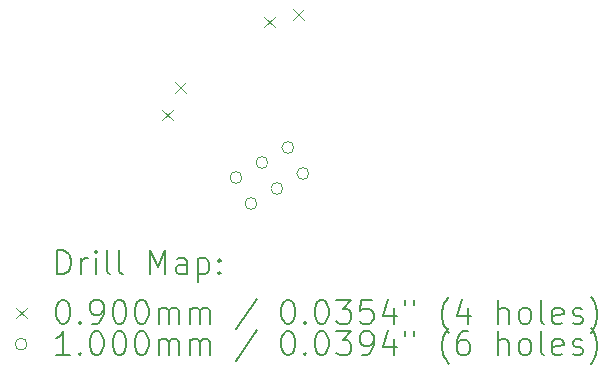
<source format=gbr>
%TF.GenerationSoftware,KiCad,Pcbnew,(6.0.9)*%
%TF.CreationDate,2025-01-09T11:17:14-08:00*%
%TF.ProjectId,CactusCon_2025_CNet_SAO,43616374-7573-4436-9f6e-5f323032355f,rev?*%
%TF.SameCoordinates,Original*%
%TF.FileFunction,Drillmap*%
%TF.FilePolarity,Positive*%
%FSLAX45Y45*%
G04 Gerber Fmt 4.5, Leading zero omitted, Abs format (unit mm)*
G04 Created by KiCad (PCBNEW (6.0.9)) date 2025-01-09 11:17:14*
%MOMM*%
%LPD*%
G01*
G04 APERTURE LIST*
%ADD10C,0.200000*%
%ADD11C,0.090000*%
%ADD12C,0.100000*%
G04 APERTURE END LIST*
D10*
D11*
X14681116Y-10410554D02*
X14771116Y-10500554D01*
X14771116Y-10410554D02*
X14681116Y-10500554D01*
X14788461Y-10180352D02*
X14878461Y-10270352D01*
X14878461Y-10180352D02*
X14788461Y-10270352D01*
X15545000Y-9625000D02*
X15635000Y-9715000D01*
X15635000Y-9625000D02*
X15545000Y-9715000D01*
X15790345Y-9559260D02*
X15880345Y-9649260D01*
X15880345Y-9559260D02*
X15790345Y-9649260D01*
D12*
X15354230Y-10986033D02*
G75*
G03*
X15354230Y-10986033I-50000J0D01*
G01*
X15481230Y-11206003D02*
G75*
G03*
X15481230Y-11206003I-50000J0D01*
G01*
X15574201Y-10859033D02*
G75*
G03*
X15574201Y-10859033I-50000J0D01*
G01*
X15701201Y-11079003D02*
G75*
G03*
X15701201Y-11079003I-50000J0D01*
G01*
X15794171Y-10732033D02*
G75*
G03*
X15794171Y-10732033I-50000J0D01*
G01*
X15921171Y-10952003D02*
G75*
G03*
X15921171Y-10952003I-50000J0D01*
G01*
D10*
X13792986Y-11803671D02*
X13792986Y-11603671D01*
X13840605Y-11603671D01*
X13869176Y-11613195D01*
X13888224Y-11632243D01*
X13897747Y-11651291D01*
X13907271Y-11689386D01*
X13907271Y-11717957D01*
X13897747Y-11756052D01*
X13888224Y-11775100D01*
X13869176Y-11794148D01*
X13840605Y-11803671D01*
X13792986Y-11803671D01*
X13992986Y-11803671D02*
X13992986Y-11670338D01*
X13992986Y-11708433D02*
X14002509Y-11689386D01*
X14012033Y-11679862D01*
X14031081Y-11670338D01*
X14050128Y-11670338D01*
X14116795Y-11803671D02*
X14116795Y-11670338D01*
X14116795Y-11603671D02*
X14107271Y-11613195D01*
X14116795Y-11622719D01*
X14126319Y-11613195D01*
X14116795Y-11603671D01*
X14116795Y-11622719D01*
X14240605Y-11803671D02*
X14221557Y-11794148D01*
X14212033Y-11775100D01*
X14212033Y-11603671D01*
X14345367Y-11803671D02*
X14326319Y-11794148D01*
X14316795Y-11775100D01*
X14316795Y-11603671D01*
X14573938Y-11803671D02*
X14573938Y-11603671D01*
X14640605Y-11746529D01*
X14707271Y-11603671D01*
X14707271Y-11803671D01*
X14888224Y-11803671D02*
X14888224Y-11698910D01*
X14878700Y-11679862D01*
X14859652Y-11670338D01*
X14821557Y-11670338D01*
X14802509Y-11679862D01*
X14888224Y-11794148D02*
X14869176Y-11803671D01*
X14821557Y-11803671D01*
X14802509Y-11794148D01*
X14792986Y-11775100D01*
X14792986Y-11756052D01*
X14802509Y-11737005D01*
X14821557Y-11727481D01*
X14869176Y-11727481D01*
X14888224Y-11717957D01*
X14983462Y-11670338D02*
X14983462Y-11870338D01*
X14983462Y-11679862D02*
X15002509Y-11670338D01*
X15040605Y-11670338D01*
X15059652Y-11679862D01*
X15069176Y-11689386D01*
X15078700Y-11708433D01*
X15078700Y-11765576D01*
X15069176Y-11784624D01*
X15059652Y-11794148D01*
X15040605Y-11803671D01*
X15002509Y-11803671D01*
X14983462Y-11794148D01*
X15164414Y-11784624D02*
X15173938Y-11794148D01*
X15164414Y-11803671D01*
X15154890Y-11794148D01*
X15164414Y-11784624D01*
X15164414Y-11803671D01*
X15164414Y-11679862D02*
X15173938Y-11689386D01*
X15164414Y-11698910D01*
X15154890Y-11689386D01*
X15164414Y-11679862D01*
X15164414Y-11698910D01*
D11*
X13445367Y-12088195D02*
X13535367Y-12178195D01*
X13535367Y-12088195D02*
X13445367Y-12178195D01*
D10*
X13831081Y-12023671D02*
X13850128Y-12023671D01*
X13869176Y-12033195D01*
X13878700Y-12042719D01*
X13888224Y-12061767D01*
X13897747Y-12099862D01*
X13897747Y-12147481D01*
X13888224Y-12185576D01*
X13878700Y-12204624D01*
X13869176Y-12214148D01*
X13850128Y-12223671D01*
X13831081Y-12223671D01*
X13812033Y-12214148D01*
X13802509Y-12204624D01*
X13792986Y-12185576D01*
X13783462Y-12147481D01*
X13783462Y-12099862D01*
X13792986Y-12061767D01*
X13802509Y-12042719D01*
X13812033Y-12033195D01*
X13831081Y-12023671D01*
X13983462Y-12204624D02*
X13992986Y-12214148D01*
X13983462Y-12223671D01*
X13973938Y-12214148D01*
X13983462Y-12204624D01*
X13983462Y-12223671D01*
X14088224Y-12223671D02*
X14126319Y-12223671D01*
X14145367Y-12214148D01*
X14154890Y-12204624D01*
X14173938Y-12176052D01*
X14183462Y-12137957D01*
X14183462Y-12061767D01*
X14173938Y-12042719D01*
X14164414Y-12033195D01*
X14145367Y-12023671D01*
X14107271Y-12023671D01*
X14088224Y-12033195D01*
X14078700Y-12042719D01*
X14069176Y-12061767D01*
X14069176Y-12109386D01*
X14078700Y-12128433D01*
X14088224Y-12137957D01*
X14107271Y-12147481D01*
X14145367Y-12147481D01*
X14164414Y-12137957D01*
X14173938Y-12128433D01*
X14183462Y-12109386D01*
X14307271Y-12023671D02*
X14326319Y-12023671D01*
X14345367Y-12033195D01*
X14354890Y-12042719D01*
X14364414Y-12061767D01*
X14373938Y-12099862D01*
X14373938Y-12147481D01*
X14364414Y-12185576D01*
X14354890Y-12204624D01*
X14345367Y-12214148D01*
X14326319Y-12223671D01*
X14307271Y-12223671D01*
X14288224Y-12214148D01*
X14278700Y-12204624D01*
X14269176Y-12185576D01*
X14259652Y-12147481D01*
X14259652Y-12099862D01*
X14269176Y-12061767D01*
X14278700Y-12042719D01*
X14288224Y-12033195D01*
X14307271Y-12023671D01*
X14497747Y-12023671D02*
X14516795Y-12023671D01*
X14535843Y-12033195D01*
X14545367Y-12042719D01*
X14554890Y-12061767D01*
X14564414Y-12099862D01*
X14564414Y-12147481D01*
X14554890Y-12185576D01*
X14545367Y-12204624D01*
X14535843Y-12214148D01*
X14516795Y-12223671D01*
X14497747Y-12223671D01*
X14478700Y-12214148D01*
X14469176Y-12204624D01*
X14459652Y-12185576D01*
X14450128Y-12147481D01*
X14450128Y-12099862D01*
X14459652Y-12061767D01*
X14469176Y-12042719D01*
X14478700Y-12033195D01*
X14497747Y-12023671D01*
X14650128Y-12223671D02*
X14650128Y-12090338D01*
X14650128Y-12109386D02*
X14659652Y-12099862D01*
X14678700Y-12090338D01*
X14707271Y-12090338D01*
X14726319Y-12099862D01*
X14735843Y-12118910D01*
X14735843Y-12223671D01*
X14735843Y-12118910D02*
X14745367Y-12099862D01*
X14764414Y-12090338D01*
X14792986Y-12090338D01*
X14812033Y-12099862D01*
X14821557Y-12118910D01*
X14821557Y-12223671D01*
X14916795Y-12223671D02*
X14916795Y-12090338D01*
X14916795Y-12109386D02*
X14926319Y-12099862D01*
X14945367Y-12090338D01*
X14973938Y-12090338D01*
X14992986Y-12099862D01*
X15002509Y-12118910D01*
X15002509Y-12223671D01*
X15002509Y-12118910D02*
X15012033Y-12099862D01*
X15031081Y-12090338D01*
X15059652Y-12090338D01*
X15078700Y-12099862D01*
X15088224Y-12118910D01*
X15088224Y-12223671D01*
X15478700Y-12014148D02*
X15307271Y-12271291D01*
X15735843Y-12023671D02*
X15754890Y-12023671D01*
X15773938Y-12033195D01*
X15783462Y-12042719D01*
X15792986Y-12061767D01*
X15802509Y-12099862D01*
X15802509Y-12147481D01*
X15792986Y-12185576D01*
X15783462Y-12204624D01*
X15773938Y-12214148D01*
X15754890Y-12223671D01*
X15735843Y-12223671D01*
X15716795Y-12214148D01*
X15707271Y-12204624D01*
X15697747Y-12185576D01*
X15688224Y-12147481D01*
X15688224Y-12099862D01*
X15697747Y-12061767D01*
X15707271Y-12042719D01*
X15716795Y-12033195D01*
X15735843Y-12023671D01*
X15888224Y-12204624D02*
X15897747Y-12214148D01*
X15888224Y-12223671D01*
X15878700Y-12214148D01*
X15888224Y-12204624D01*
X15888224Y-12223671D01*
X16021557Y-12023671D02*
X16040605Y-12023671D01*
X16059652Y-12033195D01*
X16069176Y-12042719D01*
X16078700Y-12061767D01*
X16088224Y-12099862D01*
X16088224Y-12147481D01*
X16078700Y-12185576D01*
X16069176Y-12204624D01*
X16059652Y-12214148D01*
X16040605Y-12223671D01*
X16021557Y-12223671D01*
X16002509Y-12214148D01*
X15992986Y-12204624D01*
X15983462Y-12185576D01*
X15973938Y-12147481D01*
X15973938Y-12099862D01*
X15983462Y-12061767D01*
X15992986Y-12042719D01*
X16002509Y-12033195D01*
X16021557Y-12023671D01*
X16154890Y-12023671D02*
X16278700Y-12023671D01*
X16212033Y-12099862D01*
X16240605Y-12099862D01*
X16259652Y-12109386D01*
X16269176Y-12118910D01*
X16278700Y-12137957D01*
X16278700Y-12185576D01*
X16269176Y-12204624D01*
X16259652Y-12214148D01*
X16240605Y-12223671D01*
X16183462Y-12223671D01*
X16164414Y-12214148D01*
X16154890Y-12204624D01*
X16459652Y-12023671D02*
X16364414Y-12023671D01*
X16354890Y-12118910D01*
X16364414Y-12109386D01*
X16383462Y-12099862D01*
X16431081Y-12099862D01*
X16450128Y-12109386D01*
X16459652Y-12118910D01*
X16469176Y-12137957D01*
X16469176Y-12185576D01*
X16459652Y-12204624D01*
X16450128Y-12214148D01*
X16431081Y-12223671D01*
X16383462Y-12223671D01*
X16364414Y-12214148D01*
X16354890Y-12204624D01*
X16640605Y-12090338D02*
X16640605Y-12223671D01*
X16592986Y-12014148D02*
X16545367Y-12157005D01*
X16669176Y-12157005D01*
X16735843Y-12023671D02*
X16735843Y-12061767D01*
X16812033Y-12023671D02*
X16812033Y-12061767D01*
X17107271Y-12299862D02*
X17097748Y-12290338D01*
X17078700Y-12261767D01*
X17069176Y-12242719D01*
X17059652Y-12214148D01*
X17050129Y-12166529D01*
X17050129Y-12128433D01*
X17059652Y-12080814D01*
X17069176Y-12052243D01*
X17078700Y-12033195D01*
X17097748Y-12004624D01*
X17107271Y-11995100D01*
X17269176Y-12090338D02*
X17269176Y-12223671D01*
X17221557Y-12014148D02*
X17173938Y-12157005D01*
X17297748Y-12157005D01*
X17526319Y-12223671D02*
X17526319Y-12023671D01*
X17612033Y-12223671D02*
X17612033Y-12118910D01*
X17602509Y-12099862D01*
X17583462Y-12090338D01*
X17554890Y-12090338D01*
X17535843Y-12099862D01*
X17526319Y-12109386D01*
X17735843Y-12223671D02*
X17716795Y-12214148D01*
X17707271Y-12204624D01*
X17697748Y-12185576D01*
X17697748Y-12128433D01*
X17707271Y-12109386D01*
X17716795Y-12099862D01*
X17735843Y-12090338D01*
X17764414Y-12090338D01*
X17783462Y-12099862D01*
X17792986Y-12109386D01*
X17802509Y-12128433D01*
X17802509Y-12185576D01*
X17792986Y-12204624D01*
X17783462Y-12214148D01*
X17764414Y-12223671D01*
X17735843Y-12223671D01*
X17916795Y-12223671D02*
X17897748Y-12214148D01*
X17888224Y-12195100D01*
X17888224Y-12023671D01*
X18069176Y-12214148D02*
X18050129Y-12223671D01*
X18012033Y-12223671D01*
X17992986Y-12214148D01*
X17983462Y-12195100D01*
X17983462Y-12118910D01*
X17992986Y-12099862D01*
X18012033Y-12090338D01*
X18050129Y-12090338D01*
X18069176Y-12099862D01*
X18078700Y-12118910D01*
X18078700Y-12137957D01*
X17983462Y-12157005D01*
X18154890Y-12214148D02*
X18173938Y-12223671D01*
X18212033Y-12223671D01*
X18231081Y-12214148D01*
X18240605Y-12195100D01*
X18240605Y-12185576D01*
X18231081Y-12166529D01*
X18212033Y-12157005D01*
X18183462Y-12157005D01*
X18164414Y-12147481D01*
X18154890Y-12128433D01*
X18154890Y-12118910D01*
X18164414Y-12099862D01*
X18183462Y-12090338D01*
X18212033Y-12090338D01*
X18231081Y-12099862D01*
X18307271Y-12299862D02*
X18316795Y-12290338D01*
X18335843Y-12261767D01*
X18345367Y-12242719D01*
X18354890Y-12214148D01*
X18364414Y-12166529D01*
X18364414Y-12128433D01*
X18354890Y-12080814D01*
X18345367Y-12052243D01*
X18335843Y-12033195D01*
X18316795Y-12004624D01*
X18307271Y-11995100D01*
D12*
X13535367Y-12397195D02*
G75*
G03*
X13535367Y-12397195I-50000J0D01*
G01*
D10*
X13897747Y-12487671D02*
X13783462Y-12487671D01*
X13840605Y-12487671D02*
X13840605Y-12287671D01*
X13821557Y-12316243D01*
X13802509Y-12335291D01*
X13783462Y-12344814D01*
X13983462Y-12468624D02*
X13992986Y-12478148D01*
X13983462Y-12487671D01*
X13973938Y-12478148D01*
X13983462Y-12468624D01*
X13983462Y-12487671D01*
X14116795Y-12287671D02*
X14135843Y-12287671D01*
X14154890Y-12297195D01*
X14164414Y-12306719D01*
X14173938Y-12325767D01*
X14183462Y-12363862D01*
X14183462Y-12411481D01*
X14173938Y-12449576D01*
X14164414Y-12468624D01*
X14154890Y-12478148D01*
X14135843Y-12487671D01*
X14116795Y-12487671D01*
X14097747Y-12478148D01*
X14088224Y-12468624D01*
X14078700Y-12449576D01*
X14069176Y-12411481D01*
X14069176Y-12363862D01*
X14078700Y-12325767D01*
X14088224Y-12306719D01*
X14097747Y-12297195D01*
X14116795Y-12287671D01*
X14307271Y-12287671D02*
X14326319Y-12287671D01*
X14345367Y-12297195D01*
X14354890Y-12306719D01*
X14364414Y-12325767D01*
X14373938Y-12363862D01*
X14373938Y-12411481D01*
X14364414Y-12449576D01*
X14354890Y-12468624D01*
X14345367Y-12478148D01*
X14326319Y-12487671D01*
X14307271Y-12487671D01*
X14288224Y-12478148D01*
X14278700Y-12468624D01*
X14269176Y-12449576D01*
X14259652Y-12411481D01*
X14259652Y-12363862D01*
X14269176Y-12325767D01*
X14278700Y-12306719D01*
X14288224Y-12297195D01*
X14307271Y-12287671D01*
X14497747Y-12287671D02*
X14516795Y-12287671D01*
X14535843Y-12297195D01*
X14545367Y-12306719D01*
X14554890Y-12325767D01*
X14564414Y-12363862D01*
X14564414Y-12411481D01*
X14554890Y-12449576D01*
X14545367Y-12468624D01*
X14535843Y-12478148D01*
X14516795Y-12487671D01*
X14497747Y-12487671D01*
X14478700Y-12478148D01*
X14469176Y-12468624D01*
X14459652Y-12449576D01*
X14450128Y-12411481D01*
X14450128Y-12363862D01*
X14459652Y-12325767D01*
X14469176Y-12306719D01*
X14478700Y-12297195D01*
X14497747Y-12287671D01*
X14650128Y-12487671D02*
X14650128Y-12354338D01*
X14650128Y-12373386D02*
X14659652Y-12363862D01*
X14678700Y-12354338D01*
X14707271Y-12354338D01*
X14726319Y-12363862D01*
X14735843Y-12382910D01*
X14735843Y-12487671D01*
X14735843Y-12382910D02*
X14745367Y-12363862D01*
X14764414Y-12354338D01*
X14792986Y-12354338D01*
X14812033Y-12363862D01*
X14821557Y-12382910D01*
X14821557Y-12487671D01*
X14916795Y-12487671D02*
X14916795Y-12354338D01*
X14916795Y-12373386D02*
X14926319Y-12363862D01*
X14945367Y-12354338D01*
X14973938Y-12354338D01*
X14992986Y-12363862D01*
X15002509Y-12382910D01*
X15002509Y-12487671D01*
X15002509Y-12382910D02*
X15012033Y-12363862D01*
X15031081Y-12354338D01*
X15059652Y-12354338D01*
X15078700Y-12363862D01*
X15088224Y-12382910D01*
X15088224Y-12487671D01*
X15478700Y-12278148D02*
X15307271Y-12535291D01*
X15735843Y-12287671D02*
X15754890Y-12287671D01*
X15773938Y-12297195D01*
X15783462Y-12306719D01*
X15792986Y-12325767D01*
X15802509Y-12363862D01*
X15802509Y-12411481D01*
X15792986Y-12449576D01*
X15783462Y-12468624D01*
X15773938Y-12478148D01*
X15754890Y-12487671D01*
X15735843Y-12487671D01*
X15716795Y-12478148D01*
X15707271Y-12468624D01*
X15697747Y-12449576D01*
X15688224Y-12411481D01*
X15688224Y-12363862D01*
X15697747Y-12325767D01*
X15707271Y-12306719D01*
X15716795Y-12297195D01*
X15735843Y-12287671D01*
X15888224Y-12468624D02*
X15897747Y-12478148D01*
X15888224Y-12487671D01*
X15878700Y-12478148D01*
X15888224Y-12468624D01*
X15888224Y-12487671D01*
X16021557Y-12287671D02*
X16040605Y-12287671D01*
X16059652Y-12297195D01*
X16069176Y-12306719D01*
X16078700Y-12325767D01*
X16088224Y-12363862D01*
X16088224Y-12411481D01*
X16078700Y-12449576D01*
X16069176Y-12468624D01*
X16059652Y-12478148D01*
X16040605Y-12487671D01*
X16021557Y-12487671D01*
X16002509Y-12478148D01*
X15992986Y-12468624D01*
X15983462Y-12449576D01*
X15973938Y-12411481D01*
X15973938Y-12363862D01*
X15983462Y-12325767D01*
X15992986Y-12306719D01*
X16002509Y-12297195D01*
X16021557Y-12287671D01*
X16154890Y-12287671D02*
X16278700Y-12287671D01*
X16212033Y-12363862D01*
X16240605Y-12363862D01*
X16259652Y-12373386D01*
X16269176Y-12382910D01*
X16278700Y-12401957D01*
X16278700Y-12449576D01*
X16269176Y-12468624D01*
X16259652Y-12478148D01*
X16240605Y-12487671D01*
X16183462Y-12487671D01*
X16164414Y-12478148D01*
X16154890Y-12468624D01*
X16373938Y-12487671D02*
X16412033Y-12487671D01*
X16431081Y-12478148D01*
X16440605Y-12468624D01*
X16459652Y-12440052D01*
X16469176Y-12401957D01*
X16469176Y-12325767D01*
X16459652Y-12306719D01*
X16450128Y-12297195D01*
X16431081Y-12287671D01*
X16392986Y-12287671D01*
X16373938Y-12297195D01*
X16364414Y-12306719D01*
X16354890Y-12325767D01*
X16354890Y-12373386D01*
X16364414Y-12392433D01*
X16373938Y-12401957D01*
X16392986Y-12411481D01*
X16431081Y-12411481D01*
X16450128Y-12401957D01*
X16459652Y-12392433D01*
X16469176Y-12373386D01*
X16640605Y-12354338D02*
X16640605Y-12487671D01*
X16592986Y-12278148D02*
X16545367Y-12421005D01*
X16669176Y-12421005D01*
X16735843Y-12287671D02*
X16735843Y-12325767D01*
X16812033Y-12287671D02*
X16812033Y-12325767D01*
X17107271Y-12563862D02*
X17097748Y-12554338D01*
X17078700Y-12525767D01*
X17069176Y-12506719D01*
X17059652Y-12478148D01*
X17050129Y-12430529D01*
X17050129Y-12392433D01*
X17059652Y-12344814D01*
X17069176Y-12316243D01*
X17078700Y-12297195D01*
X17097748Y-12268624D01*
X17107271Y-12259100D01*
X17269176Y-12287671D02*
X17231081Y-12287671D01*
X17212033Y-12297195D01*
X17202509Y-12306719D01*
X17183462Y-12335291D01*
X17173938Y-12373386D01*
X17173938Y-12449576D01*
X17183462Y-12468624D01*
X17192986Y-12478148D01*
X17212033Y-12487671D01*
X17250129Y-12487671D01*
X17269176Y-12478148D01*
X17278700Y-12468624D01*
X17288224Y-12449576D01*
X17288224Y-12401957D01*
X17278700Y-12382910D01*
X17269176Y-12373386D01*
X17250129Y-12363862D01*
X17212033Y-12363862D01*
X17192986Y-12373386D01*
X17183462Y-12382910D01*
X17173938Y-12401957D01*
X17526319Y-12487671D02*
X17526319Y-12287671D01*
X17612033Y-12487671D02*
X17612033Y-12382910D01*
X17602509Y-12363862D01*
X17583462Y-12354338D01*
X17554890Y-12354338D01*
X17535843Y-12363862D01*
X17526319Y-12373386D01*
X17735843Y-12487671D02*
X17716795Y-12478148D01*
X17707271Y-12468624D01*
X17697748Y-12449576D01*
X17697748Y-12392433D01*
X17707271Y-12373386D01*
X17716795Y-12363862D01*
X17735843Y-12354338D01*
X17764414Y-12354338D01*
X17783462Y-12363862D01*
X17792986Y-12373386D01*
X17802509Y-12392433D01*
X17802509Y-12449576D01*
X17792986Y-12468624D01*
X17783462Y-12478148D01*
X17764414Y-12487671D01*
X17735843Y-12487671D01*
X17916795Y-12487671D02*
X17897748Y-12478148D01*
X17888224Y-12459100D01*
X17888224Y-12287671D01*
X18069176Y-12478148D02*
X18050129Y-12487671D01*
X18012033Y-12487671D01*
X17992986Y-12478148D01*
X17983462Y-12459100D01*
X17983462Y-12382910D01*
X17992986Y-12363862D01*
X18012033Y-12354338D01*
X18050129Y-12354338D01*
X18069176Y-12363862D01*
X18078700Y-12382910D01*
X18078700Y-12401957D01*
X17983462Y-12421005D01*
X18154890Y-12478148D02*
X18173938Y-12487671D01*
X18212033Y-12487671D01*
X18231081Y-12478148D01*
X18240605Y-12459100D01*
X18240605Y-12449576D01*
X18231081Y-12430529D01*
X18212033Y-12421005D01*
X18183462Y-12421005D01*
X18164414Y-12411481D01*
X18154890Y-12392433D01*
X18154890Y-12382910D01*
X18164414Y-12363862D01*
X18183462Y-12354338D01*
X18212033Y-12354338D01*
X18231081Y-12363862D01*
X18307271Y-12563862D02*
X18316795Y-12554338D01*
X18335843Y-12525767D01*
X18345367Y-12506719D01*
X18354890Y-12478148D01*
X18364414Y-12430529D01*
X18364414Y-12392433D01*
X18354890Y-12344814D01*
X18345367Y-12316243D01*
X18335843Y-12297195D01*
X18316795Y-12268624D01*
X18307271Y-12259100D01*
M02*

</source>
